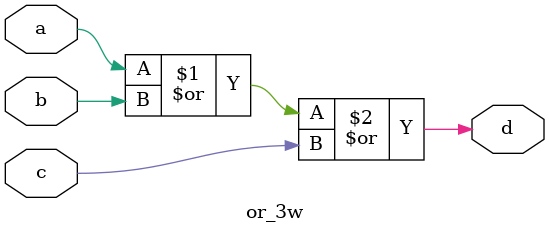
<source format=v>
module or_3w(input a, b, c, output d);
    assign d = (a | b | c);
endmodule
</source>
